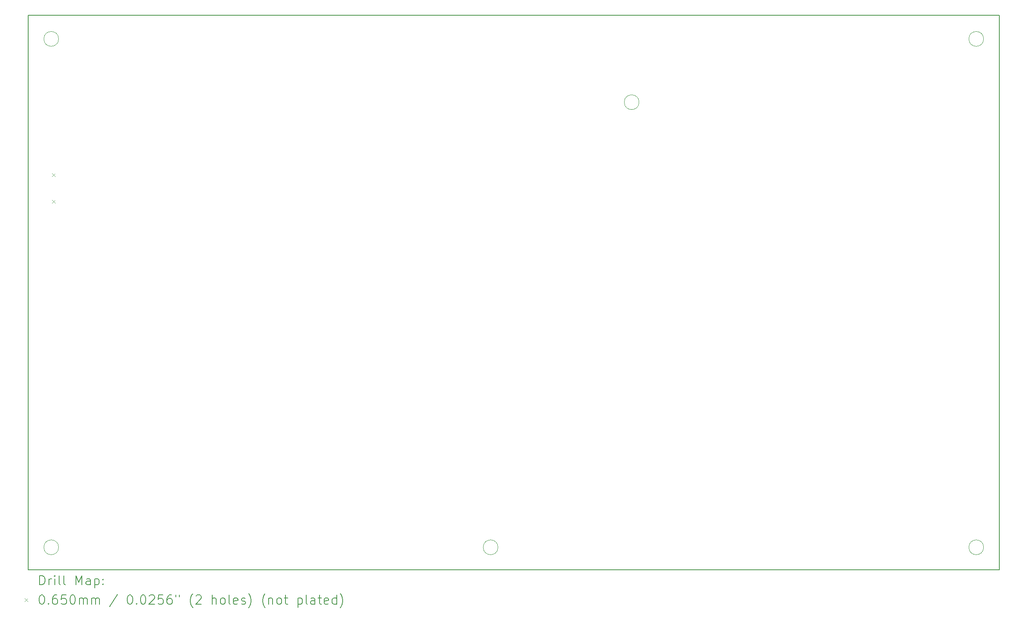
<source format=gbr>
%TF.GenerationSoftware,KiCad,Pcbnew,8.0.2*%
%TF.CreationDate,2024-05-01T18:56:44+02:00*%
%TF.ProjectId,FluidNC,466c7569-644e-4432-9e6b-696361645f70,rev?*%
%TF.SameCoordinates,Original*%
%TF.FileFunction,Drillmap*%
%TF.FilePolarity,Positive*%
%FSLAX45Y45*%
G04 Gerber Fmt 4.5, Leading zero omitted, Abs format (unit mm)*
G04 Created by KiCad (PCBNEW 8.0.2) date 2024-05-01 18:56:44*
%MOMM*%
%LPD*%
G01*
G04 APERTURE LIST*
%ADD10C,0.050000*%
%ADD11C,0.200000*%
%ADD12C,0.100000*%
G04 APERTURE END LIST*
D10*
X20660000Y-500000D02*
G75*
G02*
X20340000Y-500000I-160000J0D01*
G01*
X20340000Y-500000D02*
G75*
G02*
X20660000Y-500000I160000J0D01*
G01*
D11*
X0Y11200D02*
X21000000Y11200D01*
X21000000Y-11988800D01*
X0Y-11988800D01*
X0Y11200D01*
D10*
X20660000Y-11500000D02*
G75*
G02*
X20340000Y-11500000I-160000J0D01*
G01*
X20340000Y-11500000D02*
G75*
G02*
X20660000Y-11500000I160000J0D01*
G01*
X13210000Y-1870000D02*
G75*
G02*
X12890000Y-1870000I-160000J0D01*
G01*
X12890000Y-1870000D02*
G75*
G02*
X13210000Y-1870000I160000J0D01*
G01*
X660000Y-11500000D02*
G75*
G02*
X340000Y-11500000I-160000J0D01*
G01*
X340000Y-11500000D02*
G75*
G02*
X660000Y-11500000I160000J0D01*
G01*
X660000Y-500000D02*
G75*
G02*
X340000Y-500000I-160000J0D01*
G01*
X340000Y-500000D02*
G75*
G02*
X660000Y-500000I160000J0D01*
G01*
X10160000Y-11500000D02*
G75*
G02*
X9840000Y-11500000I-160000J0D01*
G01*
X9840000Y-11500000D02*
G75*
G02*
X10160000Y-11500000I160000J0D01*
G01*
D11*
D12*
X518050Y-3409500D02*
X583050Y-3474500D01*
X583050Y-3409500D02*
X518050Y-3474500D01*
X518050Y-3987500D02*
X583050Y-4052500D01*
X583050Y-3987500D02*
X518050Y-4052500D01*
D11*
X250777Y-12310284D02*
X250777Y-12110284D01*
X250777Y-12110284D02*
X298396Y-12110284D01*
X298396Y-12110284D02*
X326967Y-12119808D01*
X326967Y-12119808D02*
X346015Y-12138855D01*
X346015Y-12138855D02*
X355539Y-12157903D01*
X355539Y-12157903D02*
X365062Y-12195998D01*
X365062Y-12195998D02*
X365062Y-12224569D01*
X365062Y-12224569D02*
X355539Y-12262665D01*
X355539Y-12262665D02*
X346015Y-12281712D01*
X346015Y-12281712D02*
X326967Y-12300760D01*
X326967Y-12300760D02*
X298396Y-12310284D01*
X298396Y-12310284D02*
X250777Y-12310284D01*
X450777Y-12310284D02*
X450777Y-12176950D01*
X450777Y-12215046D02*
X460301Y-12195998D01*
X460301Y-12195998D02*
X469824Y-12186474D01*
X469824Y-12186474D02*
X488872Y-12176950D01*
X488872Y-12176950D02*
X507920Y-12176950D01*
X574586Y-12310284D02*
X574586Y-12176950D01*
X574586Y-12110284D02*
X565063Y-12119808D01*
X565063Y-12119808D02*
X574586Y-12129331D01*
X574586Y-12129331D02*
X584110Y-12119808D01*
X584110Y-12119808D02*
X574586Y-12110284D01*
X574586Y-12110284D02*
X574586Y-12129331D01*
X698396Y-12310284D02*
X679348Y-12300760D01*
X679348Y-12300760D02*
X669824Y-12281712D01*
X669824Y-12281712D02*
X669824Y-12110284D01*
X803158Y-12310284D02*
X784110Y-12300760D01*
X784110Y-12300760D02*
X774586Y-12281712D01*
X774586Y-12281712D02*
X774586Y-12110284D01*
X1031729Y-12310284D02*
X1031729Y-12110284D01*
X1031729Y-12110284D02*
X1098396Y-12253141D01*
X1098396Y-12253141D02*
X1165063Y-12110284D01*
X1165063Y-12110284D02*
X1165063Y-12310284D01*
X1346015Y-12310284D02*
X1346015Y-12205522D01*
X1346015Y-12205522D02*
X1336491Y-12186474D01*
X1336491Y-12186474D02*
X1317444Y-12176950D01*
X1317444Y-12176950D02*
X1279348Y-12176950D01*
X1279348Y-12176950D02*
X1260301Y-12186474D01*
X1346015Y-12300760D02*
X1326967Y-12310284D01*
X1326967Y-12310284D02*
X1279348Y-12310284D01*
X1279348Y-12310284D02*
X1260301Y-12300760D01*
X1260301Y-12300760D02*
X1250777Y-12281712D01*
X1250777Y-12281712D02*
X1250777Y-12262665D01*
X1250777Y-12262665D02*
X1260301Y-12243617D01*
X1260301Y-12243617D02*
X1279348Y-12234093D01*
X1279348Y-12234093D02*
X1326967Y-12234093D01*
X1326967Y-12234093D02*
X1346015Y-12224569D01*
X1441253Y-12176950D02*
X1441253Y-12376950D01*
X1441253Y-12186474D02*
X1460301Y-12176950D01*
X1460301Y-12176950D02*
X1498396Y-12176950D01*
X1498396Y-12176950D02*
X1517443Y-12186474D01*
X1517443Y-12186474D02*
X1526967Y-12195998D01*
X1526967Y-12195998D02*
X1536491Y-12215046D01*
X1536491Y-12215046D02*
X1536491Y-12272188D01*
X1536491Y-12272188D02*
X1526967Y-12291236D01*
X1526967Y-12291236D02*
X1517443Y-12300760D01*
X1517443Y-12300760D02*
X1498396Y-12310284D01*
X1498396Y-12310284D02*
X1460301Y-12310284D01*
X1460301Y-12310284D02*
X1441253Y-12300760D01*
X1622205Y-12291236D02*
X1631729Y-12300760D01*
X1631729Y-12300760D02*
X1622205Y-12310284D01*
X1622205Y-12310284D02*
X1612682Y-12300760D01*
X1612682Y-12300760D02*
X1622205Y-12291236D01*
X1622205Y-12291236D02*
X1622205Y-12310284D01*
X1622205Y-12186474D02*
X1631729Y-12195998D01*
X1631729Y-12195998D02*
X1622205Y-12205522D01*
X1622205Y-12205522D02*
X1612682Y-12195998D01*
X1612682Y-12195998D02*
X1622205Y-12186474D01*
X1622205Y-12186474D02*
X1622205Y-12205522D01*
D12*
X-75000Y-12606300D02*
X-10000Y-12671300D01*
X-10000Y-12606300D02*
X-75000Y-12671300D01*
D11*
X288872Y-12530284D02*
X307920Y-12530284D01*
X307920Y-12530284D02*
X326967Y-12539808D01*
X326967Y-12539808D02*
X336491Y-12549331D01*
X336491Y-12549331D02*
X346015Y-12568379D01*
X346015Y-12568379D02*
X355539Y-12606474D01*
X355539Y-12606474D02*
X355539Y-12654093D01*
X355539Y-12654093D02*
X346015Y-12692188D01*
X346015Y-12692188D02*
X336491Y-12711236D01*
X336491Y-12711236D02*
X326967Y-12720760D01*
X326967Y-12720760D02*
X307920Y-12730284D01*
X307920Y-12730284D02*
X288872Y-12730284D01*
X288872Y-12730284D02*
X269824Y-12720760D01*
X269824Y-12720760D02*
X260301Y-12711236D01*
X260301Y-12711236D02*
X250777Y-12692188D01*
X250777Y-12692188D02*
X241253Y-12654093D01*
X241253Y-12654093D02*
X241253Y-12606474D01*
X241253Y-12606474D02*
X250777Y-12568379D01*
X250777Y-12568379D02*
X260301Y-12549331D01*
X260301Y-12549331D02*
X269824Y-12539808D01*
X269824Y-12539808D02*
X288872Y-12530284D01*
X441253Y-12711236D02*
X450777Y-12720760D01*
X450777Y-12720760D02*
X441253Y-12730284D01*
X441253Y-12730284D02*
X431729Y-12720760D01*
X431729Y-12720760D02*
X441253Y-12711236D01*
X441253Y-12711236D02*
X441253Y-12730284D01*
X622205Y-12530284D02*
X584110Y-12530284D01*
X584110Y-12530284D02*
X565063Y-12539808D01*
X565063Y-12539808D02*
X555539Y-12549331D01*
X555539Y-12549331D02*
X536491Y-12577903D01*
X536491Y-12577903D02*
X526967Y-12615998D01*
X526967Y-12615998D02*
X526967Y-12692188D01*
X526967Y-12692188D02*
X536491Y-12711236D01*
X536491Y-12711236D02*
X546015Y-12720760D01*
X546015Y-12720760D02*
X565063Y-12730284D01*
X565063Y-12730284D02*
X603158Y-12730284D01*
X603158Y-12730284D02*
X622205Y-12720760D01*
X622205Y-12720760D02*
X631729Y-12711236D01*
X631729Y-12711236D02*
X641253Y-12692188D01*
X641253Y-12692188D02*
X641253Y-12644569D01*
X641253Y-12644569D02*
X631729Y-12625522D01*
X631729Y-12625522D02*
X622205Y-12615998D01*
X622205Y-12615998D02*
X603158Y-12606474D01*
X603158Y-12606474D02*
X565063Y-12606474D01*
X565063Y-12606474D02*
X546015Y-12615998D01*
X546015Y-12615998D02*
X536491Y-12625522D01*
X536491Y-12625522D02*
X526967Y-12644569D01*
X822205Y-12530284D02*
X726967Y-12530284D01*
X726967Y-12530284D02*
X717443Y-12625522D01*
X717443Y-12625522D02*
X726967Y-12615998D01*
X726967Y-12615998D02*
X746015Y-12606474D01*
X746015Y-12606474D02*
X793634Y-12606474D01*
X793634Y-12606474D02*
X812682Y-12615998D01*
X812682Y-12615998D02*
X822205Y-12625522D01*
X822205Y-12625522D02*
X831729Y-12644569D01*
X831729Y-12644569D02*
X831729Y-12692188D01*
X831729Y-12692188D02*
X822205Y-12711236D01*
X822205Y-12711236D02*
X812682Y-12720760D01*
X812682Y-12720760D02*
X793634Y-12730284D01*
X793634Y-12730284D02*
X746015Y-12730284D01*
X746015Y-12730284D02*
X726967Y-12720760D01*
X726967Y-12720760D02*
X717443Y-12711236D01*
X955539Y-12530284D02*
X974586Y-12530284D01*
X974586Y-12530284D02*
X993634Y-12539808D01*
X993634Y-12539808D02*
X1003158Y-12549331D01*
X1003158Y-12549331D02*
X1012682Y-12568379D01*
X1012682Y-12568379D02*
X1022205Y-12606474D01*
X1022205Y-12606474D02*
X1022205Y-12654093D01*
X1022205Y-12654093D02*
X1012682Y-12692188D01*
X1012682Y-12692188D02*
X1003158Y-12711236D01*
X1003158Y-12711236D02*
X993634Y-12720760D01*
X993634Y-12720760D02*
X974586Y-12730284D01*
X974586Y-12730284D02*
X955539Y-12730284D01*
X955539Y-12730284D02*
X936491Y-12720760D01*
X936491Y-12720760D02*
X926967Y-12711236D01*
X926967Y-12711236D02*
X917443Y-12692188D01*
X917443Y-12692188D02*
X907920Y-12654093D01*
X907920Y-12654093D02*
X907920Y-12606474D01*
X907920Y-12606474D02*
X917443Y-12568379D01*
X917443Y-12568379D02*
X926967Y-12549331D01*
X926967Y-12549331D02*
X936491Y-12539808D01*
X936491Y-12539808D02*
X955539Y-12530284D01*
X1107920Y-12730284D02*
X1107920Y-12596950D01*
X1107920Y-12615998D02*
X1117444Y-12606474D01*
X1117444Y-12606474D02*
X1136491Y-12596950D01*
X1136491Y-12596950D02*
X1165063Y-12596950D01*
X1165063Y-12596950D02*
X1184110Y-12606474D01*
X1184110Y-12606474D02*
X1193634Y-12625522D01*
X1193634Y-12625522D02*
X1193634Y-12730284D01*
X1193634Y-12625522D02*
X1203158Y-12606474D01*
X1203158Y-12606474D02*
X1222205Y-12596950D01*
X1222205Y-12596950D02*
X1250777Y-12596950D01*
X1250777Y-12596950D02*
X1269825Y-12606474D01*
X1269825Y-12606474D02*
X1279348Y-12625522D01*
X1279348Y-12625522D02*
X1279348Y-12730284D01*
X1374586Y-12730284D02*
X1374586Y-12596950D01*
X1374586Y-12615998D02*
X1384110Y-12606474D01*
X1384110Y-12606474D02*
X1403158Y-12596950D01*
X1403158Y-12596950D02*
X1431729Y-12596950D01*
X1431729Y-12596950D02*
X1450777Y-12606474D01*
X1450777Y-12606474D02*
X1460301Y-12625522D01*
X1460301Y-12625522D02*
X1460301Y-12730284D01*
X1460301Y-12625522D02*
X1469824Y-12606474D01*
X1469824Y-12606474D02*
X1488872Y-12596950D01*
X1488872Y-12596950D02*
X1517443Y-12596950D01*
X1517443Y-12596950D02*
X1536491Y-12606474D01*
X1536491Y-12606474D02*
X1546015Y-12625522D01*
X1546015Y-12625522D02*
X1546015Y-12730284D01*
X1936491Y-12520760D02*
X1765063Y-12777903D01*
X2193634Y-12530284D02*
X2212682Y-12530284D01*
X2212682Y-12530284D02*
X2231729Y-12539808D01*
X2231729Y-12539808D02*
X2241253Y-12549331D01*
X2241253Y-12549331D02*
X2250777Y-12568379D01*
X2250777Y-12568379D02*
X2260301Y-12606474D01*
X2260301Y-12606474D02*
X2260301Y-12654093D01*
X2260301Y-12654093D02*
X2250777Y-12692188D01*
X2250777Y-12692188D02*
X2241253Y-12711236D01*
X2241253Y-12711236D02*
X2231729Y-12720760D01*
X2231729Y-12720760D02*
X2212682Y-12730284D01*
X2212682Y-12730284D02*
X2193634Y-12730284D01*
X2193634Y-12730284D02*
X2174587Y-12720760D01*
X2174587Y-12720760D02*
X2165063Y-12711236D01*
X2165063Y-12711236D02*
X2155539Y-12692188D01*
X2155539Y-12692188D02*
X2146015Y-12654093D01*
X2146015Y-12654093D02*
X2146015Y-12606474D01*
X2146015Y-12606474D02*
X2155539Y-12568379D01*
X2155539Y-12568379D02*
X2165063Y-12549331D01*
X2165063Y-12549331D02*
X2174587Y-12539808D01*
X2174587Y-12539808D02*
X2193634Y-12530284D01*
X2346015Y-12711236D02*
X2355539Y-12720760D01*
X2355539Y-12720760D02*
X2346015Y-12730284D01*
X2346015Y-12730284D02*
X2336491Y-12720760D01*
X2336491Y-12720760D02*
X2346015Y-12711236D01*
X2346015Y-12711236D02*
X2346015Y-12730284D01*
X2479348Y-12530284D02*
X2498396Y-12530284D01*
X2498396Y-12530284D02*
X2517444Y-12539808D01*
X2517444Y-12539808D02*
X2526968Y-12549331D01*
X2526968Y-12549331D02*
X2536491Y-12568379D01*
X2536491Y-12568379D02*
X2546015Y-12606474D01*
X2546015Y-12606474D02*
X2546015Y-12654093D01*
X2546015Y-12654093D02*
X2536491Y-12692188D01*
X2536491Y-12692188D02*
X2526968Y-12711236D01*
X2526968Y-12711236D02*
X2517444Y-12720760D01*
X2517444Y-12720760D02*
X2498396Y-12730284D01*
X2498396Y-12730284D02*
X2479348Y-12730284D01*
X2479348Y-12730284D02*
X2460301Y-12720760D01*
X2460301Y-12720760D02*
X2450777Y-12711236D01*
X2450777Y-12711236D02*
X2441253Y-12692188D01*
X2441253Y-12692188D02*
X2431729Y-12654093D01*
X2431729Y-12654093D02*
X2431729Y-12606474D01*
X2431729Y-12606474D02*
X2441253Y-12568379D01*
X2441253Y-12568379D02*
X2450777Y-12549331D01*
X2450777Y-12549331D02*
X2460301Y-12539808D01*
X2460301Y-12539808D02*
X2479348Y-12530284D01*
X2622206Y-12549331D02*
X2631729Y-12539808D01*
X2631729Y-12539808D02*
X2650777Y-12530284D01*
X2650777Y-12530284D02*
X2698396Y-12530284D01*
X2698396Y-12530284D02*
X2717444Y-12539808D01*
X2717444Y-12539808D02*
X2726968Y-12549331D01*
X2726968Y-12549331D02*
X2736491Y-12568379D01*
X2736491Y-12568379D02*
X2736491Y-12587427D01*
X2736491Y-12587427D02*
X2726968Y-12615998D01*
X2726968Y-12615998D02*
X2612682Y-12730284D01*
X2612682Y-12730284D02*
X2736491Y-12730284D01*
X2917444Y-12530284D02*
X2822206Y-12530284D01*
X2822206Y-12530284D02*
X2812682Y-12625522D01*
X2812682Y-12625522D02*
X2822206Y-12615998D01*
X2822206Y-12615998D02*
X2841253Y-12606474D01*
X2841253Y-12606474D02*
X2888872Y-12606474D01*
X2888872Y-12606474D02*
X2907920Y-12615998D01*
X2907920Y-12615998D02*
X2917444Y-12625522D01*
X2917444Y-12625522D02*
X2926967Y-12644569D01*
X2926967Y-12644569D02*
X2926967Y-12692188D01*
X2926967Y-12692188D02*
X2917444Y-12711236D01*
X2917444Y-12711236D02*
X2907920Y-12720760D01*
X2907920Y-12720760D02*
X2888872Y-12730284D01*
X2888872Y-12730284D02*
X2841253Y-12730284D01*
X2841253Y-12730284D02*
X2822206Y-12720760D01*
X2822206Y-12720760D02*
X2812682Y-12711236D01*
X3098396Y-12530284D02*
X3060301Y-12530284D01*
X3060301Y-12530284D02*
X3041253Y-12539808D01*
X3041253Y-12539808D02*
X3031729Y-12549331D01*
X3031729Y-12549331D02*
X3012682Y-12577903D01*
X3012682Y-12577903D02*
X3003158Y-12615998D01*
X3003158Y-12615998D02*
X3003158Y-12692188D01*
X3003158Y-12692188D02*
X3012682Y-12711236D01*
X3012682Y-12711236D02*
X3022206Y-12720760D01*
X3022206Y-12720760D02*
X3041253Y-12730284D01*
X3041253Y-12730284D02*
X3079348Y-12730284D01*
X3079348Y-12730284D02*
X3098396Y-12720760D01*
X3098396Y-12720760D02*
X3107920Y-12711236D01*
X3107920Y-12711236D02*
X3117444Y-12692188D01*
X3117444Y-12692188D02*
X3117444Y-12644569D01*
X3117444Y-12644569D02*
X3107920Y-12625522D01*
X3107920Y-12625522D02*
X3098396Y-12615998D01*
X3098396Y-12615998D02*
X3079348Y-12606474D01*
X3079348Y-12606474D02*
X3041253Y-12606474D01*
X3041253Y-12606474D02*
X3022206Y-12615998D01*
X3022206Y-12615998D02*
X3012682Y-12625522D01*
X3012682Y-12625522D02*
X3003158Y-12644569D01*
X3193634Y-12530284D02*
X3193634Y-12568379D01*
X3269825Y-12530284D02*
X3269825Y-12568379D01*
X3565063Y-12806474D02*
X3555539Y-12796950D01*
X3555539Y-12796950D02*
X3536491Y-12768379D01*
X3536491Y-12768379D02*
X3526968Y-12749331D01*
X3526968Y-12749331D02*
X3517444Y-12720760D01*
X3517444Y-12720760D02*
X3507920Y-12673141D01*
X3507920Y-12673141D02*
X3507920Y-12635046D01*
X3507920Y-12635046D02*
X3517444Y-12587427D01*
X3517444Y-12587427D02*
X3526968Y-12558855D01*
X3526968Y-12558855D02*
X3536491Y-12539808D01*
X3536491Y-12539808D02*
X3555539Y-12511236D01*
X3555539Y-12511236D02*
X3565063Y-12501712D01*
X3631729Y-12549331D02*
X3641253Y-12539808D01*
X3641253Y-12539808D02*
X3660301Y-12530284D01*
X3660301Y-12530284D02*
X3707920Y-12530284D01*
X3707920Y-12530284D02*
X3726968Y-12539808D01*
X3726968Y-12539808D02*
X3736491Y-12549331D01*
X3736491Y-12549331D02*
X3746015Y-12568379D01*
X3746015Y-12568379D02*
X3746015Y-12587427D01*
X3746015Y-12587427D02*
X3736491Y-12615998D01*
X3736491Y-12615998D02*
X3622206Y-12730284D01*
X3622206Y-12730284D02*
X3746015Y-12730284D01*
X3984110Y-12730284D02*
X3984110Y-12530284D01*
X4069825Y-12730284D02*
X4069825Y-12625522D01*
X4069825Y-12625522D02*
X4060301Y-12606474D01*
X4060301Y-12606474D02*
X4041253Y-12596950D01*
X4041253Y-12596950D02*
X4012682Y-12596950D01*
X4012682Y-12596950D02*
X3993634Y-12606474D01*
X3993634Y-12606474D02*
X3984110Y-12615998D01*
X4193634Y-12730284D02*
X4174587Y-12720760D01*
X4174587Y-12720760D02*
X4165063Y-12711236D01*
X4165063Y-12711236D02*
X4155539Y-12692188D01*
X4155539Y-12692188D02*
X4155539Y-12635046D01*
X4155539Y-12635046D02*
X4165063Y-12615998D01*
X4165063Y-12615998D02*
X4174587Y-12606474D01*
X4174587Y-12606474D02*
X4193634Y-12596950D01*
X4193634Y-12596950D02*
X4222206Y-12596950D01*
X4222206Y-12596950D02*
X4241253Y-12606474D01*
X4241253Y-12606474D02*
X4250777Y-12615998D01*
X4250777Y-12615998D02*
X4260301Y-12635046D01*
X4260301Y-12635046D02*
X4260301Y-12692188D01*
X4260301Y-12692188D02*
X4250777Y-12711236D01*
X4250777Y-12711236D02*
X4241253Y-12720760D01*
X4241253Y-12720760D02*
X4222206Y-12730284D01*
X4222206Y-12730284D02*
X4193634Y-12730284D01*
X4374587Y-12730284D02*
X4355539Y-12720760D01*
X4355539Y-12720760D02*
X4346015Y-12701712D01*
X4346015Y-12701712D02*
X4346015Y-12530284D01*
X4526968Y-12720760D02*
X4507920Y-12730284D01*
X4507920Y-12730284D02*
X4469825Y-12730284D01*
X4469825Y-12730284D02*
X4450777Y-12720760D01*
X4450777Y-12720760D02*
X4441253Y-12701712D01*
X4441253Y-12701712D02*
X4441253Y-12625522D01*
X4441253Y-12625522D02*
X4450777Y-12606474D01*
X4450777Y-12606474D02*
X4469825Y-12596950D01*
X4469825Y-12596950D02*
X4507920Y-12596950D01*
X4507920Y-12596950D02*
X4526968Y-12606474D01*
X4526968Y-12606474D02*
X4536492Y-12625522D01*
X4536492Y-12625522D02*
X4536492Y-12644569D01*
X4536492Y-12644569D02*
X4441253Y-12663617D01*
X4612682Y-12720760D02*
X4631730Y-12730284D01*
X4631730Y-12730284D02*
X4669825Y-12730284D01*
X4669825Y-12730284D02*
X4688873Y-12720760D01*
X4688873Y-12720760D02*
X4698396Y-12701712D01*
X4698396Y-12701712D02*
X4698396Y-12692188D01*
X4698396Y-12692188D02*
X4688873Y-12673141D01*
X4688873Y-12673141D02*
X4669825Y-12663617D01*
X4669825Y-12663617D02*
X4641253Y-12663617D01*
X4641253Y-12663617D02*
X4622206Y-12654093D01*
X4622206Y-12654093D02*
X4612682Y-12635046D01*
X4612682Y-12635046D02*
X4612682Y-12625522D01*
X4612682Y-12625522D02*
X4622206Y-12606474D01*
X4622206Y-12606474D02*
X4641253Y-12596950D01*
X4641253Y-12596950D02*
X4669825Y-12596950D01*
X4669825Y-12596950D02*
X4688873Y-12606474D01*
X4765063Y-12806474D02*
X4774587Y-12796950D01*
X4774587Y-12796950D02*
X4793634Y-12768379D01*
X4793634Y-12768379D02*
X4803158Y-12749331D01*
X4803158Y-12749331D02*
X4812682Y-12720760D01*
X4812682Y-12720760D02*
X4822206Y-12673141D01*
X4822206Y-12673141D02*
X4822206Y-12635046D01*
X4822206Y-12635046D02*
X4812682Y-12587427D01*
X4812682Y-12587427D02*
X4803158Y-12558855D01*
X4803158Y-12558855D02*
X4793634Y-12539808D01*
X4793634Y-12539808D02*
X4774587Y-12511236D01*
X4774587Y-12511236D02*
X4765063Y-12501712D01*
X5126968Y-12806474D02*
X5117444Y-12796950D01*
X5117444Y-12796950D02*
X5098396Y-12768379D01*
X5098396Y-12768379D02*
X5088873Y-12749331D01*
X5088873Y-12749331D02*
X5079349Y-12720760D01*
X5079349Y-12720760D02*
X5069825Y-12673141D01*
X5069825Y-12673141D02*
X5069825Y-12635046D01*
X5069825Y-12635046D02*
X5079349Y-12587427D01*
X5079349Y-12587427D02*
X5088873Y-12558855D01*
X5088873Y-12558855D02*
X5098396Y-12539808D01*
X5098396Y-12539808D02*
X5117444Y-12511236D01*
X5117444Y-12511236D02*
X5126968Y-12501712D01*
X5203158Y-12596950D02*
X5203158Y-12730284D01*
X5203158Y-12615998D02*
X5212682Y-12606474D01*
X5212682Y-12606474D02*
X5231730Y-12596950D01*
X5231730Y-12596950D02*
X5260301Y-12596950D01*
X5260301Y-12596950D02*
X5279349Y-12606474D01*
X5279349Y-12606474D02*
X5288873Y-12625522D01*
X5288873Y-12625522D02*
X5288873Y-12730284D01*
X5412682Y-12730284D02*
X5393634Y-12720760D01*
X5393634Y-12720760D02*
X5384111Y-12711236D01*
X5384111Y-12711236D02*
X5374587Y-12692188D01*
X5374587Y-12692188D02*
X5374587Y-12635046D01*
X5374587Y-12635046D02*
X5384111Y-12615998D01*
X5384111Y-12615998D02*
X5393634Y-12606474D01*
X5393634Y-12606474D02*
X5412682Y-12596950D01*
X5412682Y-12596950D02*
X5441254Y-12596950D01*
X5441254Y-12596950D02*
X5460301Y-12606474D01*
X5460301Y-12606474D02*
X5469825Y-12615998D01*
X5469825Y-12615998D02*
X5479349Y-12635046D01*
X5479349Y-12635046D02*
X5479349Y-12692188D01*
X5479349Y-12692188D02*
X5469825Y-12711236D01*
X5469825Y-12711236D02*
X5460301Y-12720760D01*
X5460301Y-12720760D02*
X5441254Y-12730284D01*
X5441254Y-12730284D02*
X5412682Y-12730284D01*
X5536492Y-12596950D02*
X5612682Y-12596950D01*
X5565063Y-12530284D02*
X5565063Y-12701712D01*
X5565063Y-12701712D02*
X5574587Y-12720760D01*
X5574587Y-12720760D02*
X5593634Y-12730284D01*
X5593634Y-12730284D02*
X5612682Y-12730284D01*
X5831730Y-12596950D02*
X5831730Y-12796950D01*
X5831730Y-12606474D02*
X5850777Y-12596950D01*
X5850777Y-12596950D02*
X5888873Y-12596950D01*
X5888873Y-12596950D02*
X5907920Y-12606474D01*
X5907920Y-12606474D02*
X5917444Y-12615998D01*
X5917444Y-12615998D02*
X5926968Y-12635046D01*
X5926968Y-12635046D02*
X5926968Y-12692188D01*
X5926968Y-12692188D02*
X5917444Y-12711236D01*
X5917444Y-12711236D02*
X5907920Y-12720760D01*
X5907920Y-12720760D02*
X5888873Y-12730284D01*
X5888873Y-12730284D02*
X5850777Y-12730284D01*
X5850777Y-12730284D02*
X5831730Y-12720760D01*
X6041253Y-12730284D02*
X6022206Y-12720760D01*
X6022206Y-12720760D02*
X6012682Y-12701712D01*
X6012682Y-12701712D02*
X6012682Y-12530284D01*
X6203158Y-12730284D02*
X6203158Y-12625522D01*
X6203158Y-12625522D02*
X6193634Y-12606474D01*
X6193634Y-12606474D02*
X6174587Y-12596950D01*
X6174587Y-12596950D02*
X6136492Y-12596950D01*
X6136492Y-12596950D02*
X6117444Y-12606474D01*
X6203158Y-12720760D02*
X6184111Y-12730284D01*
X6184111Y-12730284D02*
X6136492Y-12730284D01*
X6136492Y-12730284D02*
X6117444Y-12720760D01*
X6117444Y-12720760D02*
X6107920Y-12701712D01*
X6107920Y-12701712D02*
X6107920Y-12682665D01*
X6107920Y-12682665D02*
X6117444Y-12663617D01*
X6117444Y-12663617D02*
X6136492Y-12654093D01*
X6136492Y-12654093D02*
X6184111Y-12654093D01*
X6184111Y-12654093D02*
X6203158Y-12644569D01*
X6269825Y-12596950D02*
X6346015Y-12596950D01*
X6298396Y-12530284D02*
X6298396Y-12701712D01*
X6298396Y-12701712D02*
X6307920Y-12720760D01*
X6307920Y-12720760D02*
X6326968Y-12730284D01*
X6326968Y-12730284D02*
X6346015Y-12730284D01*
X6488873Y-12720760D02*
X6469825Y-12730284D01*
X6469825Y-12730284D02*
X6431730Y-12730284D01*
X6431730Y-12730284D02*
X6412682Y-12720760D01*
X6412682Y-12720760D02*
X6403158Y-12701712D01*
X6403158Y-12701712D02*
X6403158Y-12625522D01*
X6403158Y-12625522D02*
X6412682Y-12606474D01*
X6412682Y-12606474D02*
X6431730Y-12596950D01*
X6431730Y-12596950D02*
X6469825Y-12596950D01*
X6469825Y-12596950D02*
X6488873Y-12606474D01*
X6488873Y-12606474D02*
X6498396Y-12625522D01*
X6498396Y-12625522D02*
X6498396Y-12644569D01*
X6498396Y-12644569D02*
X6403158Y-12663617D01*
X6669825Y-12730284D02*
X6669825Y-12530284D01*
X6669825Y-12720760D02*
X6650777Y-12730284D01*
X6650777Y-12730284D02*
X6612682Y-12730284D01*
X6612682Y-12730284D02*
X6593634Y-12720760D01*
X6593634Y-12720760D02*
X6584111Y-12711236D01*
X6584111Y-12711236D02*
X6574587Y-12692188D01*
X6574587Y-12692188D02*
X6574587Y-12635046D01*
X6574587Y-12635046D02*
X6584111Y-12615998D01*
X6584111Y-12615998D02*
X6593634Y-12606474D01*
X6593634Y-12606474D02*
X6612682Y-12596950D01*
X6612682Y-12596950D02*
X6650777Y-12596950D01*
X6650777Y-12596950D02*
X6669825Y-12606474D01*
X6746015Y-12806474D02*
X6755539Y-12796950D01*
X6755539Y-12796950D02*
X6774587Y-12768379D01*
X6774587Y-12768379D02*
X6784111Y-12749331D01*
X6784111Y-12749331D02*
X6793634Y-12720760D01*
X6793634Y-12720760D02*
X6803158Y-12673141D01*
X6803158Y-12673141D02*
X6803158Y-12635046D01*
X6803158Y-12635046D02*
X6793634Y-12587427D01*
X6793634Y-12587427D02*
X6784111Y-12558855D01*
X6784111Y-12558855D02*
X6774587Y-12539808D01*
X6774587Y-12539808D02*
X6755539Y-12511236D01*
X6755539Y-12511236D02*
X6746015Y-12501712D01*
M02*

</source>
